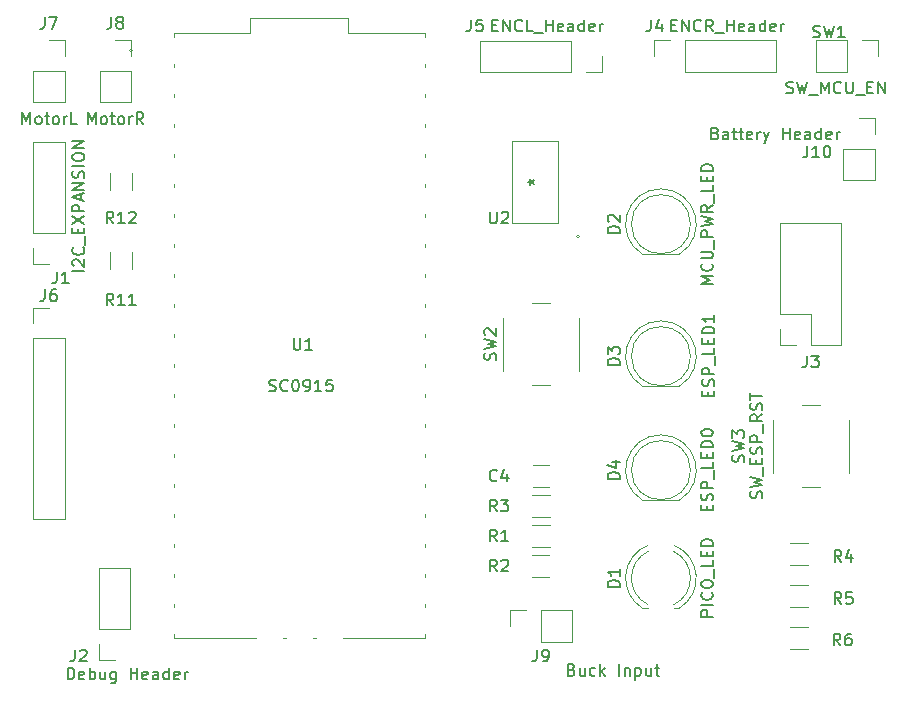
<source format=gbr>
%TF.GenerationSoftware,KiCad,Pcbnew,(6.0.5)*%
%TF.CreationDate,2023-02-27T08:13:59-05:00*%
%TF.ProjectId,UGV_Board,5547565f-426f-4617-9264-2e6b69636164,rev?*%
%TF.SameCoordinates,Original*%
%TF.FileFunction,Legend,Top*%
%TF.FilePolarity,Positive*%
%FSLAX46Y46*%
G04 Gerber Fmt 4.6, Leading zero omitted, Abs format (unit mm)*
G04 Created by KiCad (PCBNEW (6.0.5)) date 2023-02-27 08:13:59*
%MOMM*%
%LPD*%
G01*
G04 APERTURE LIST*
%ADD10C,0.150000*%
%ADD11C,0.120000*%
G04 APERTURE END LIST*
D10*
%TO.C,J6*%
X130730666Y-82735380D02*
X130730666Y-83449666D01*
X130683047Y-83592523D01*
X130587809Y-83687761D01*
X130444952Y-83735380D01*
X130349714Y-83735380D01*
X131635428Y-82735380D02*
X131444952Y-82735380D01*
X131349714Y-82783000D01*
X131302095Y-82830619D01*
X131206857Y-82973476D01*
X131159238Y-83163952D01*
X131159238Y-83544904D01*
X131206857Y-83640142D01*
X131254476Y-83687761D01*
X131349714Y-83735380D01*
X131540190Y-83735380D01*
X131635428Y-83687761D01*
X131683047Y-83640142D01*
X131730666Y-83544904D01*
X131730666Y-83306809D01*
X131683047Y-83211571D01*
X131635428Y-83163952D01*
X131540190Y-83116333D01*
X131349714Y-83116333D01*
X131254476Y-83163952D01*
X131206857Y-83211571D01*
X131159238Y-83306809D01*
%TO.C,SW1*%
X195770666Y-61364761D02*
X195913523Y-61412380D01*
X196151619Y-61412380D01*
X196246857Y-61364761D01*
X196294476Y-61317142D01*
X196342095Y-61221904D01*
X196342095Y-61126666D01*
X196294476Y-61031428D01*
X196246857Y-60983809D01*
X196151619Y-60936190D01*
X195961142Y-60888571D01*
X195865904Y-60840952D01*
X195818285Y-60793333D01*
X195770666Y-60698095D01*
X195770666Y-60602857D01*
X195818285Y-60507619D01*
X195865904Y-60460000D01*
X195961142Y-60412380D01*
X196199238Y-60412380D01*
X196342095Y-60460000D01*
X196675428Y-60412380D02*
X196913523Y-61412380D01*
X197104000Y-60698095D01*
X197294476Y-61412380D01*
X197532571Y-60412380D01*
X198437333Y-61412380D02*
X197865904Y-61412380D01*
X198151619Y-61412380D02*
X198151619Y-60412380D01*
X198056380Y-60555238D01*
X197961142Y-60650476D01*
X197865904Y-60698095D01*
X193509523Y-66104761D02*
X193652380Y-66152380D01*
X193890476Y-66152380D01*
X193985714Y-66104761D01*
X194033333Y-66057142D01*
X194080952Y-65961904D01*
X194080952Y-65866666D01*
X194033333Y-65771428D01*
X193985714Y-65723809D01*
X193890476Y-65676190D01*
X193700000Y-65628571D01*
X193604761Y-65580952D01*
X193557142Y-65533333D01*
X193509523Y-65438095D01*
X193509523Y-65342857D01*
X193557142Y-65247619D01*
X193604761Y-65200000D01*
X193700000Y-65152380D01*
X193938095Y-65152380D01*
X194080952Y-65200000D01*
X194414285Y-65152380D02*
X194652380Y-66152380D01*
X194842857Y-65438095D01*
X195033333Y-66152380D01*
X195271428Y-65152380D01*
X195414285Y-66247619D02*
X196176190Y-66247619D01*
X196414285Y-66152380D02*
X196414285Y-65152380D01*
X196747619Y-65866666D01*
X197080952Y-65152380D01*
X197080952Y-66152380D01*
X198128571Y-66057142D02*
X198080952Y-66104761D01*
X197938095Y-66152380D01*
X197842857Y-66152380D01*
X197700000Y-66104761D01*
X197604761Y-66009523D01*
X197557142Y-65914285D01*
X197509523Y-65723809D01*
X197509523Y-65580952D01*
X197557142Y-65390476D01*
X197604761Y-65295238D01*
X197700000Y-65200000D01*
X197842857Y-65152380D01*
X197938095Y-65152380D01*
X198080952Y-65200000D01*
X198128571Y-65247619D01*
X198557142Y-65152380D02*
X198557142Y-65961904D01*
X198604761Y-66057142D01*
X198652380Y-66104761D01*
X198747619Y-66152380D01*
X198938095Y-66152380D01*
X199033333Y-66104761D01*
X199080952Y-66057142D01*
X199128571Y-65961904D01*
X199128571Y-65152380D01*
X199366666Y-66247619D02*
X200128571Y-66247619D01*
X200366666Y-65628571D02*
X200700000Y-65628571D01*
X200842857Y-66152380D02*
X200366666Y-66152380D01*
X200366666Y-65152380D01*
X200842857Y-65152380D01*
X201271428Y-66152380D02*
X201271428Y-65152380D01*
X201842857Y-66152380D01*
X201842857Y-65152380D01*
%TO.C,J2*%
X133270666Y-113244380D02*
X133270666Y-113958666D01*
X133223047Y-114101523D01*
X133127809Y-114196761D01*
X132984952Y-114244380D01*
X132889714Y-114244380D01*
X133699238Y-113339619D02*
X133746857Y-113292000D01*
X133842095Y-113244380D01*
X134080190Y-113244380D01*
X134175428Y-113292000D01*
X134223047Y-113339619D01*
X134270666Y-113434857D01*
X134270666Y-113530095D01*
X134223047Y-113672952D01*
X133651619Y-114244380D01*
X134270666Y-114244380D01*
X132644190Y-115768380D02*
X132644190Y-114768380D01*
X132882285Y-114768380D01*
X133025142Y-114816000D01*
X133120380Y-114911238D01*
X133168000Y-115006476D01*
X133215619Y-115196952D01*
X133215619Y-115339809D01*
X133168000Y-115530285D01*
X133120380Y-115625523D01*
X133025142Y-115720761D01*
X132882285Y-115768380D01*
X132644190Y-115768380D01*
X134025142Y-115720761D02*
X133929904Y-115768380D01*
X133739428Y-115768380D01*
X133644190Y-115720761D01*
X133596571Y-115625523D01*
X133596571Y-115244571D01*
X133644190Y-115149333D01*
X133739428Y-115101714D01*
X133929904Y-115101714D01*
X134025142Y-115149333D01*
X134072761Y-115244571D01*
X134072761Y-115339809D01*
X133596571Y-115435047D01*
X134501333Y-115768380D02*
X134501333Y-114768380D01*
X134501333Y-115149333D02*
X134596571Y-115101714D01*
X134787047Y-115101714D01*
X134882285Y-115149333D01*
X134929904Y-115196952D01*
X134977523Y-115292190D01*
X134977523Y-115577904D01*
X134929904Y-115673142D01*
X134882285Y-115720761D01*
X134787047Y-115768380D01*
X134596571Y-115768380D01*
X134501333Y-115720761D01*
X135834666Y-115101714D02*
X135834666Y-115768380D01*
X135406095Y-115101714D02*
X135406095Y-115625523D01*
X135453714Y-115720761D01*
X135548952Y-115768380D01*
X135691809Y-115768380D01*
X135787047Y-115720761D01*
X135834666Y-115673142D01*
X136739428Y-115101714D02*
X136739428Y-115911238D01*
X136691809Y-116006476D01*
X136644190Y-116054095D01*
X136548952Y-116101714D01*
X136406095Y-116101714D01*
X136310857Y-116054095D01*
X136739428Y-115720761D02*
X136644190Y-115768380D01*
X136453714Y-115768380D01*
X136358476Y-115720761D01*
X136310857Y-115673142D01*
X136263238Y-115577904D01*
X136263238Y-115292190D01*
X136310857Y-115196952D01*
X136358476Y-115149333D01*
X136453714Y-115101714D01*
X136644190Y-115101714D01*
X136739428Y-115149333D01*
X137977523Y-115768380D02*
X137977523Y-114768380D01*
X137977523Y-115244571D02*
X138548952Y-115244571D01*
X138548952Y-115768380D02*
X138548952Y-114768380D01*
X139406095Y-115720761D02*
X139310857Y-115768380D01*
X139120380Y-115768380D01*
X139025142Y-115720761D01*
X138977523Y-115625523D01*
X138977523Y-115244571D01*
X139025142Y-115149333D01*
X139120380Y-115101714D01*
X139310857Y-115101714D01*
X139406095Y-115149333D01*
X139453714Y-115244571D01*
X139453714Y-115339809D01*
X138977523Y-115435047D01*
X140310857Y-115768380D02*
X140310857Y-115244571D01*
X140263238Y-115149333D01*
X140168000Y-115101714D01*
X139977523Y-115101714D01*
X139882285Y-115149333D01*
X140310857Y-115720761D02*
X140215619Y-115768380D01*
X139977523Y-115768380D01*
X139882285Y-115720761D01*
X139834666Y-115625523D01*
X139834666Y-115530285D01*
X139882285Y-115435047D01*
X139977523Y-115387428D01*
X140215619Y-115387428D01*
X140310857Y-115339809D01*
X141215619Y-115768380D02*
X141215619Y-114768380D01*
X141215619Y-115720761D02*
X141120380Y-115768380D01*
X140929904Y-115768380D01*
X140834666Y-115720761D01*
X140787047Y-115673142D01*
X140739428Y-115577904D01*
X140739428Y-115292190D01*
X140787047Y-115196952D01*
X140834666Y-115149333D01*
X140929904Y-115101714D01*
X141120380Y-115101714D01*
X141215619Y-115149333D01*
X142072761Y-115720761D02*
X141977523Y-115768380D01*
X141787047Y-115768380D01*
X141691809Y-115720761D01*
X141644190Y-115625523D01*
X141644190Y-115244571D01*
X141691809Y-115149333D01*
X141787047Y-115101714D01*
X141977523Y-115101714D01*
X142072761Y-115149333D01*
X142120380Y-115244571D01*
X142120380Y-115339809D01*
X141644190Y-115435047D01*
X142548952Y-115768380D02*
X142548952Y-115101714D01*
X142548952Y-115292190D02*
X142596571Y-115196952D01*
X142644190Y-115149333D01*
X142739428Y-115101714D01*
X142834666Y-115101714D01*
%TO.C,SW3*%
X189888761Y-97345333D02*
X189936380Y-97202476D01*
X189936380Y-96964380D01*
X189888761Y-96869142D01*
X189841142Y-96821523D01*
X189745904Y-96773904D01*
X189650666Y-96773904D01*
X189555428Y-96821523D01*
X189507809Y-96869142D01*
X189460190Y-96964380D01*
X189412571Y-97154857D01*
X189364952Y-97250095D01*
X189317333Y-97297714D01*
X189222095Y-97345333D01*
X189126857Y-97345333D01*
X189031619Y-97297714D01*
X188984000Y-97250095D01*
X188936380Y-97154857D01*
X188936380Y-96916761D01*
X188984000Y-96773904D01*
X188936380Y-96440571D02*
X189936380Y-96202476D01*
X189222095Y-96012000D01*
X189936380Y-95821523D01*
X188936380Y-95583428D01*
X188936380Y-95297714D02*
X188936380Y-94678666D01*
X189317333Y-95012000D01*
X189317333Y-94869142D01*
X189364952Y-94773904D01*
X189412571Y-94726285D01*
X189507809Y-94678666D01*
X189745904Y-94678666D01*
X189841142Y-94726285D01*
X189888761Y-94773904D01*
X189936380Y-94869142D01*
X189936380Y-95154857D01*
X189888761Y-95250095D01*
X189841142Y-95297714D01*
X191412761Y-100416761D02*
X191460380Y-100273904D01*
X191460380Y-100035809D01*
X191412761Y-99940571D01*
X191365142Y-99892952D01*
X191269904Y-99845333D01*
X191174666Y-99845333D01*
X191079428Y-99892952D01*
X191031809Y-99940571D01*
X190984190Y-100035809D01*
X190936571Y-100226285D01*
X190888952Y-100321523D01*
X190841333Y-100369142D01*
X190746095Y-100416761D01*
X190650857Y-100416761D01*
X190555619Y-100369142D01*
X190508000Y-100321523D01*
X190460380Y-100226285D01*
X190460380Y-99988190D01*
X190508000Y-99845333D01*
X190460380Y-99512000D02*
X191460380Y-99273904D01*
X190746095Y-99083428D01*
X191460380Y-98892952D01*
X190460380Y-98654857D01*
X191555619Y-98512000D02*
X191555619Y-97750095D01*
X190936571Y-97512000D02*
X190936571Y-97178666D01*
X191460380Y-97035809D02*
X191460380Y-97512000D01*
X190460380Y-97512000D01*
X190460380Y-97035809D01*
X191412761Y-96654857D02*
X191460380Y-96512000D01*
X191460380Y-96273904D01*
X191412761Y-96178666D01*
X191365142Y-96131047D01*
X191269904Y-96083428D01*
X191174666Y-96083428D01*
X191079428Y-96131047D01*
X191031809Y-96178666D01*
X190984190Y-96273904D01*
X190936571Y-96464380D01*
X190888952Y-96559619D01*
X190841333Y-96607238D01*
X190746095Y-96654857D01*
X190650857Y-96654857D01*
X190555619Y-96607238D01*
X190508000Y-96559619D01*
X190460380Y-96464380D01*
X190460380Y-96226285D01*
X190508000Y-96083428D01*
X191460380Y-95654857D02*
X190460380Y-95654857D01*
X190460380Y-95273904D01*
X190508000Y-95178666D01*
X190555619Y-95131047D01*
X190650857Y-95083428D01*
X190793714Y-95083428D01*
X190888952Y-95131047D01*
X190936571Y-95178666D01*
X190984190Y-95273904D01*
X190984190Y-95654857D01*
X191555619Y-94892952D02*
X191555619Y-94131047D01*
X191460380Y-93321523D02*
X190984190Y-93654857D01*
X191460380Y-93892952D02*
X190460380Y-93892952D01*
X190460380Y-93512000D01*
X190508000Y-93416761D01*
X190555619Y-93369142D01*
X190650857Y-93321523D01*
X190793714Y-93321523D01*
X190888952Y-93369142D01*
X190936571Y-93416761D01*
X190984190Y-93512000D01*
X190984190Y-93892952D01*
X191412761Y-92940571D02*
X191460380Y-92797714D01*
X191460380Y-92559619D01*
X191412761Y-92464380D01*
X191365142Y-92416761D01*
X191269904Y-92369142D01*
X191174666Y-92369142D01*
X191079428Y-92416761D01*
X191031809Y-92464380D01*
X190984190Y-92559619D01*
X190936571Y-92750095D01*
X190888952Y-92845333D01*
X190841333Y-92892952D01*
X190746095Y-92940571D01*
X190650857Y-92940571D01*
X190555619Y-92892952D01*
X190508000Y-92845333D01*
X190460380Y-92750095D01*
X190460380Y-92512000D01*
X190508000Y-92369142D01*
X190460380Y-92083428D02*
X190460380Y-91512000D01*
X191460380Y-91797714D02*
X190460380Y-91797714D01*
%TO.C,R11*%
X136517142Y-84092380D02*
X136183809Y-83616190D01*
X135945714Y-84092380D02*
X135945714Y-83092380D01*
X136326666Y-83092380D01*
X136421904Y-83140000D01*
X136469523Y-83187619D01*
X136517142Y-83282857D01*
X136517142Y-83425714D01*
X136469523Y-83520952D01*
X136421904Y-83568571D01*
X136326666Y-83616190D01*
X135945714Y-83616190D01*
X137469523Y-84092380D02*
X136898095Y-84092380D01*
X137183809Y-84092380D02*
X137183809Y-83092380D01*
X137088571Y-83235238D01*
X136993333Y-83330476D01*
X136898095Y-83378095D01*
X138421904Y-84092380D02*
X137850476Y-84092380D01*
X138136190Y-84092380D02*
X138136190Y-83092380D01*
X138040952Y-83235238D01*
X137945714Y-83330476D01*
X137850476Y-83378095D01*
%TO.C,U2*%
X168402095Y-76160380D02*
X168402095Y-76969904D01*
X168449714Y-77065142D01*
X168497333Y-77112761D01*
X168592571Y-77160380D01*
X168783047Y-77160380D01*
X168878285Y-77112761D01*
X168925904Y-77065142D01*
X168973523Y-76969904D01*
X168973523Y-76160380D01*
X169402095Y-76255619D02*
X169449714Y-76208000D01*
X169544952Y-76160380D01*
X169783047Y-76160380D01*
X169878285Y-76208000D01*
X169925904Y-76255619D01*
X169973523Y-76350857D01*
X169973523Y-76446095D01*
X169925904Y-76588952D01*
X169354476Y-77160380D01*
X169973523Y-77160380D01*
X171664380Y-73660000D02*
X171902476Y-73660000D01*
X171807238Y-73898095D02*
X171902476Y-73660000D01*
X171807238Y-73421904D01*
X172092952Y-73802857D02*
X171902476Y-73660000D01*
X172092952Y-73517142D01*
%TO.C,J9*%
X172386666Y-113244380D02*
X172386666Y-113958666D01*
X172339047Y-114101523D01*
X172243809Y-114196761D01*
X172100952Y-114244380D01*
X172005714Y-114244380D01*
X172910476Y-114244380D02*
X173100952Y-114244380D01*
X173196190Y-114196761D01*
X173243809Y-114149142D01*
X173339047Y-114006285D01*
X173386666Y-113815809D01*
X173386666Y-113434857D01*
X173339047Y-113339619D01*
X173291428Y-113292000D01*
X173196190Y-113244380D01*
X173005714Y-113244380D01*
X172910476Y-113292000D01*
X172862857Y-113339619D01*
X172815238Y-113434857D01*
X172815238Y-113672952D01*
X172862857Y-113768190D01*
X172910476Y-113815809D01*
X173005714Y-113863428D01*
X173196190Y-113863428D01*
X173291428Y-113815809D01*
X173339047Y-113768190D01*
X173386666Y-113672952D01*
X175323809Y-114928571D02*
X175466666Y-114976190D01*
X175514285Y-115023809D01*
X175561904Y-115119047D01*
X175561904Y-115261904D01*
X175514285Y-115357142D01*
X175466666Y-115404761D01*
X175371428Y-115452380D01*
X174990476Y-115452380D01*
X174990476Y-114452380D01*
X175323809Y-114452380D01*
X175419047Y-114500000D01*
X175466666Y-114547619D01*
X175514285Y-114642857D01*
X175514285Y-114738095D01*
X175466666Y-114833333D01*
X175419047Y-114880952D01*
X175323809Y-114928571D01*
X174990476Y-114928571D01*
X176419047Y-114785714D02*
X176419047Y-115452380D01*
X175990476Y-114785714D02*
X175990476Y-115309523D01*
X176038095Y-115404761D01*
X176133333Y-115452380D01*
X176276190Y-115452380D01*
X176371428Y-115404761D01*
X176419047Y-115357142D01*
X177323809Y-115404761D02*
X177228571Y-115452380D01*
X177038095Y-115452380D01*
X176942857Y-115404761D01*
X176895238Y-115357142D01*
X176847619Y-115261904D01*
X176847619Y-114976190D01*
X176895238Y-114880952D01*
X176942857Y-114833333D01*
X177038095Y-114785714D01*
X177228571Y-114785714D01*
X177323809Y-114833333D01*
X177752380Y-115452380D02*
X177752380Y-114452380D01*
X177847619Y-115071428D02*
X178133333Y-115452380D01*
X178133333Y-114785714D02*
X177752380Y-115166666D01*
X179323809Y-115452380D02*
X179323809Y-114452380D01*
X179800000Y-114785714D02*
X179800000Y-115452380D01*
X179800000Y-114880952D02*
X179847619Y-114833333D01*
X179942857Y-114785714D01*
X180085714Y-114785714D01*
X180180952Y-114833333D01*
X180228571Y-114928571D01*
X180228571Y-115452380D01*
X180704761Y-114785714D02*
X180704761Y-115785714D01*
X180704761Y-114833333D02*
X180800000Y-114785714D01*
X180990476Y-114785714D01*
X181085714Y-114833333D01*
X181133333Y-114880952D01*
X181180952Y-114976190D01*
X181180952Y-115261904D01*
X181133333Y-115357142D01*
X181085714Y-115404761D01*
X180990476Y-115452380D01*
X180800000Y-115452380D01*
X180704761Y-115404761D01*
X182038095Y-114785714D02*
X182038095Y-115452380D01*
X181609523Y-114785714D02*
X181609523Y-115309523D01*
X181657142Y-115404761D01*
X181752380Y-115452380D01*
X181895238Y-115452380D01*
X181990476Y-115404761D01*
X182038095Y-115357142D01*
X182371428Y-114785714D02*
X182752380Y-114785714D01*
X182514285Y-114452380D02*
X182514285Y-115309523D01*
X182561904Y-115404761D01*
X182657142Y-115452380D01*
X182752380Y-115452380D01*
%TO.C,J1*%
X131746666Y-81240380D02*
X131746666Y-81954666D01*
X131699047Y-82097523D01*
X131603809Y-82192761D01*
X131460952Y-82240380D01*
X131365714Y-82240380D01*
X132746666Y-82240380D02*
X132175238Y-82240380D01*
X132460952Y-82240380D02*
X132460952Y-81240380D01*
X132365714Y-81383238D01*
X132270476Y-81478476D01*
X132175238Y-81526095D01*
X134056380Y-81192000D02*
X133056380Y-81192000D01*
X133151619Y-80763428D02*
X133104000Y-80715809D01*
X133056380Y-80620571D01*
X133056380Y-80382476D01*
X133104000Y-80287238D01*
X133151619Y-80239619D01*
X133246857Y-80192000D01*
X133342095Y-80192000D01*
X133484952Y-80239619D01*
X134056380Y-80811047D01*
X134056380Y-80192000D01*
X133961142Y-79192000D02*
X134008761Y-79239619D01*
X134056380Y-79382476D01*
X134056380Y-79477714D01*
X134008761Y-79620571D01*
X133913523Y-79715809D01*
X133818285Y-79763428D01*
X133627809Y-79811047D01*
X133484952Y-79811047D01*
X133294476Y-79763428D01*
X133199238Y-79715809D01*
X133104000Y-79620571D01*
X133056380Y-79477714D01*
X133056380Y-79382476D01*
X133104000Y-79239619D01*
X133151619Y-79192000D01*
X134151619Y-79001523D02*
X134151619Y-78239619D01*
X133532571Y-78001523D02*
X133532571Y-77668190D01*
X134056380Y-77525333D02*
X134056380Y-78001523D01*
X133056380Y-78001523D01*
X133056380Y-77525333D01*
X133056380Y-77192000D02*
X134056380Y-76525333D01*
X133056380Y-76525333D02*
X134056380Y-77192000D01*
X134056380Y-76144380D02*
X133056380Y-76144380D01*
X133056380Y-75763428D01*
X133104000Y-75668190D01*
X133151619Y-75620571D01*
X133246857Y-75572952D01*
X133389714Y-75572952D01*
X133484952Y-75620571D01*
X133532571Y-75668190D01*
X133580190Y-75763428D01*
X133580190Y-76144380D01*
X133770666Y-75192000D02*
X133770666Y-74715809D01*
X134056380Y-75287238D02*
X133056380Y-74953904D01*
X134056380Y-74620571D01*
X134056380Y-74287238D02*
X133056380Y-74287238D01*
X134056380Y-73715809D01*
X133056380Y-73715809D01*
X134008761Y-73287238D02*
X134056380Y-73144380D01*
X134056380Y-72906285D01*
X134008761Y-72811047D01*
X133961142Y-72763428D01*
X133865904Y-72715809D01*
X133770666Y-72715809D01*
X133675428Y-72763428D01*
X133627809Y-72811047D01*
X133580190Y-72906285D01*
X133532571Y-73096761D01*
X133484952Y-73192000D01*
X133437333Y-73239619D01*
X133342095Y-73287238D01*
X133246857Y-73287238D01*
X133151619Y-73239619D01*
X133104000Y-73192000D01*
X133056380Y-73096761D01*
X133056380Y-72858666D01*
X133104000Y-72715809D01*
X134056380Y-72287238D02*
X133056380Y-72287238D01*
X133056380Y-71620571D02*
X133056380Y-71430095D01*
X133104000Y-71334857D01*
X133199238Y-71239619D01*
X133389714Y-71192000D01*
X133723047Y-71192000D01*
X133913523Y-71239619D01*
X134008761Y-71334857D01*
X134056380Y-71430095D01*
X134056380Y-71620571D01*
X134008761Y-71715809D01*
X133913523Y-71811047D01*
X133723047Y-71858666D01*
X133389714Y-71858666D01*
X133199238Y-71811047D01*
X133104000Y-71715809D01*
X133056380Y-71620571D01*
X134056380Y-70763428D02*
X133056380Y-70763428D01*
X134056380Y-70192000D01*
X133056380Y-70192000D01*
%TO.C,R5*%
X198147333Y-109364380D02*
X197814000Y-108888190D01*
X197575904Y-109364380D02*
X197575904Y-108364380D01*
X197956857Y-108364380D01*
X198052095Y-108412000D01*
X198099714Y-108459619D01*
X198147333Y-108554857D01*
X198147333Y-108697714D01*
X198099714Y-108792952D01*
X198052095Y-108840571D01*
X197956857Y-108888190D01*
X197575904Y-108888190D01*
X199052095Y-108364380D02*
X198575904Y-108364380D01*
X198528285Y-108840571D01*
X198575904Y-108792952D01*
X198671142Y-108745333D01*
X198909238Y-108745333D01*
X199004476Y-108792952D01*
X199052095Y-108840571D01*
X199099714Y-108935809D01*
X199099714Y-109173904D01*
X199052095Y-109269142D01*
X199004476Y-109316761D01*
X198909238Y-109364380D01*
X198671142Y-109364380D01*
X198575904Y-109316761D01*
X198528285Y-109269142D01*
%TO.C,R3*%
X168997333Y-101544380D02*
X168664000Y-101068190D01*
X168425904Y-101544380D02*
X168425904Y-100544380D01*
X168806857Y-100544380D01*
X168902095Y-100592000D01*
X168949714Y-100639619D01*
X168997333Y-100734857D01*
X168997333Y-100877714D01*
X168949714Y-100972952D01*
X168902095Y-101020571D01*
X168806857Y-101068190D01*
X168425904Y-101068190D01*
X169330666Y-100544380D02*
X169949714Y-100544380D01*
X169616380Y-100925333D01*
X169759238Y-100925333D01*
X169854476Y-100972952D01*
X169902095Y-101020571D01*
X169949714Y-101115809D01*
X169949714Y-101353904D01*
X169902095Y-101449142D01*
X169854476Y-101496761D01*
X169759238Y-101544380D01*
X169473523Y-101544380D01*
X169378285Y-101496761D01*
X169330666Y-101449142D01*
%TO.C,J5*%
X166798666Y-59904380D02*
X166798666Y-60618666D01*
X166751047Y-60761523D01*
X166655809Y-60856761D01*
X166512952Y-60904380D01*
X166417714Y-60904380D01*
X167751047Y-59904380D02*
X167274857Y-59904380D01*
X167227238Y-60380571D01*
X167274857Y-60332952D01*
X167370095Y-60285333D01*
X167608190Y-60285333D01*
X167703428Y-60332952D01*
X167751047Y-60380571D01*
X167798666Y-60475809D01*
X167798666Y-60713904D01*
X167751047Y-60809142D01*
X167703428Y-60856761D01*
X167608190Y-60904380D01*
X167370095Y-60904380D01*
X167274857Y-60856761D01*
X167227238Y-60809142D01*
X168608952Y-60380571D02*
X168942285Y-60380571D01*
X169085142Y-60904380D02*
X168608952Y-60904380D01*
X168608952Y-59904380D01*
X169085142Y-59904380D01*
X169513714Y-60904380D02*
X169513714Y-59904380D01*
X170085142Y-60904380D01*
X170085142Y-59904380D01*
X171132761Y-60809142D02*
X171085142Y-60856761D01*
X170942285Y-60904380D01*
X170847047Y-60904380D01*
X170704190Y-60856761D01*
X170608952Y-60761523D01*
X170561333Y-60666285D01*
X170513714Y-60475809D01*
X170513714Y-60332952D01*
X170561333Y-60142476D01*
X170608952Y-60047238D01*
X170704190Y-59952000D01*
X170847047Y-59904380D01*
X170942285Y-59904380D01*
X171085142Y-59952000D01*
X171132761Y-59999619D01*
X172037523Y-60904380D02*
X171561333Y-60904380D01*
X171561333Y-59904380D01*
X172132761Y-60999619D02*
X172894666Y-60999619D01*
X173132761Y-60904380D02*
X173132761Y-59904380D01*
X173132761Y-60380571D02*
X173704190Y-60380571D01*
X173704190Y-60904380D02*
X173704190Y-59904380D01*
X174561333Y-60856761D02*
X174466095Y-60904380D01*
X174275619Y-60904380D01*
X174180380Y-60856761D01*
X174132761Y-60761523D01*
X174132761Y-60380571D01*
X174180380Y-60285333D01*
X174275619Y-60237714D01*
X174466095Y-60237714D01*
X174561333Y-60285333D01*
X174608952Y-60380571D01*
X174608952Y-60475809D01*
X174132761Y-60571047D01*
X175466095Y-60904380D02*
X175466095Y-60380571D01*
X175418476Y-60285333D01*
X175323238Y-60237714D01*
X175132761Y-60237714D01*
X175037523Y-60285333D01*
X175466095Y-60856761D02*
X175370857Y-60904380D01*
X175132761Y-60904380D01*
X175037523Y-60856761D01*
X174989904Y-60761523D01*
X174989904Y-60666285D01*
X175037523Y-60571047D01*
X175132761Y-60523428D01*
X175370857Y-60523428D01*
X175466095Y-60475809D01*
X176370857Y-60904380D02*
X176370857Y-59904380D01*
X176370857Y-60856761D02*
X176275619Y-60904380D01*
X176085142Y-60904380D01*
X175989904Y-60856761D01*
X175942285Y-60809142D01*
X175894666Y-60713904D01*
X175894666Y-60428190D01*
X175942285Y-60332952D01*
X175989904Y-60285333D01*
X176085142Y-60237714D01*
X176275619Y-60237714D01*
X176370857Y-60285333D01*
X177228000Y-60856761D02*
X177132761Y-60904380D01*
X176942285Y-60904380D01*
X176847047Y-60856761D01*
X176799428Y-60761523D01*
X176799428Y-60380571D01*
X176847047Y-60285333D01*
X176942285Y-60237714D01*
X177132761Y-60237714D01*
X177228000Y-60285333D01*
X177275619Y-60380571D01*
X177275619Y-60475809D01*
X176799428Y-60571047D01*
X177704190Y-60904380D02*
X177704190Y-60237714D01*
X177704190Y-60428190D02*
X177751809Y-60332952D01*
X177799428Y-60285333D01*
X177894666Y-60237714D01*
X177989904Y-60237714D01*
%TO.C,J7*%
X130730666Y-59674380D02*
X130730666Y-60388666D01*
X130683047Y-60531523D01*
X130587809Y-60626761D01*
X130444952Y-60674380D01*
X130349714Y-60674380D01*
X131111619Y-59674380D02*
X131778285Y-59674380D01*
X131349714Y-60674380D01*
X128825904Y-68754380D02*
X128825904Y-67754380D01*
X129159238Y-68468666D01*
X129492571Y-67754380D01*
X129492571Y-68754380D01*
X130111619Y-68754380D02*
X130016380Y-68706761D01*
X129968761Y-68659142D01*
X129921142Y-68563904D01*
X129921142Y-68278190D01*
X129968761Y-68182952D01*
X130016380Y-68135333D01*
X130111619Y-68087714D01*
X130254476Y-68087714D01*
X130349714Y-68135333D01*
X130397333Y-68182952D01*
X130444952Y-68278190D01*
X130444952Y-68563904D01*
X130397333Y-68659142D01*
X130349714Y-68706761D01*
X130254476Y-68754380D01*
X130111619Y-68754380D01*
X130730666Y-68087714D02*
X131111619Y-68087714D01*
X130873523Y-67754380D02*
X130873523Y-68611523D01*
X130921142Y-68706761D01*
X131016380Y-68754380D01*
X131111619Y-68754380D01*
X131587809Y-68754380D02*
X131492571Y-68706761D01*
X131444952Y-68659142D01*
X131397333Y-68563904D01*
X131397333Y-68278190D01*
X131444952Y-68182952D01*
X131492571Y-68135333D01*
X131587809Y-68087714D01*
X131730666Y-68087714D01*
X131825904Y-68135333D01*
X131873523Y-68182952D01*
X131921142Y-68278190D01*
X131921142Y-68563904D01*
X131873523Y-68659142D01*
X131825904Y-68706761D01*
X131730666Y-68754380D01*
X131587809Y-68754380D01*
X132349714Y-68754380D02*
X132349714Y-68087714D01*
X132349714Y-68278190D02*
X132397333Y-68182952D01*
X132444952Y-68135333D01*
X132540190Y-68087714D01*
X132635428Y-68087714D01*
X133444952Y-68754380D02*
X132968761Y-68754380D01*
X132968761Y-67754380D01*
%TO.C,R2*%
X168997333Y-106624380D02*
X168664000Y-106148190D01*
X168425904Y-106624380D02*
X168425904Y-105624380D01*
X168806857Y-105624380D01*
X168902095Y-105672000D01*
X168949714Y-105719619D01*
X168997333Y-105814857D01*
X168997333Y-105957714D01*
X168949714Y-106052952D01*
X168902095Y-106100571D01*
X168806857Y-106148190D01*
X168425904Y-106148190D01*
X169378285Y-105719619D02*
X169425904Y-105672000D01*
X169521142Y-105624380D01*
X169759238Y-105624380D01*
X169854476Y-105672000D01*
X169902095Y-105719619D01*
X169949714Y-105814857D01*
X169949714Y-105910095D01*
X169902095Y-106052952D01*
X169330666Y-106624380D01*
X169949714Y-106624380D01*
%TO.C,J8*%
X136343666Y-59674380D02*
X136343666Y-60388666D01*
X136296047Y-60531523D01*
X136200809Y-60626761D01*
X136057952Y-60674380D01*
X135962714Y-60674380D01*
X136962714Y-60102952D02*
X136867476Y-60055333D01*
X136819857Y-60007714D01*
X136772238Y-59912476D01*
X136772238Y-59864857D01*
X136819857Y-59769619D01*
X136867476Y-59722000D01*
X136962714Y-59674380D01*
X137153190Y-59674380D01*
X137248428Y-59722000D01*
X137296047Y-59769619D01*
X137343666Y-59864857D01*
X137343666Y-59912476D01*
X137296047Y-60007714D01*
X137248428Y-60055333D01*
X137153190Y-60102952D01*
X136962714Y-60102952D01*
X136867476Y-60150571D01*
X136819857Y-60198190D01*
X136772238Y-60293428D01*
X136772238Y-60483904D01*
X136819857Y-60579142D01*
X136867476Y-60626761D01*
X136962714Y-60674380D01*
X137153190Y-60674380D01*
X137248428Y-60626761D01*
X137296047Y-60579142D01*
X137343666Y-60483904D01*
X137343666Y-60293428D01*
X137296047Y-60198190D01*
X137248428Y-60150571D01*
X137153190Y-60102952D01*
X134343666Y-68754380D02*
X134343666Y-67754380D01*
X134677000Y-68468666D01*
X135010333Y-67754380D01*
X135010333Y-68754380D01*
X135629380Y-68754380D02*
X135534142Y-68706761D01*
X135486523Y-68659142D01*
X135438904Y-68563904D01*
X135438904Y-68278190D01*
X135486523Y-68182952D01*
X135534142Y-68135333D01*
X135629380Y-68087714D01*
X135772238Y-68087714D01*
X135867476Y-68135333D01*
X135915095Y-68182952D01*
X135962714Y-68278190D01*
X135962714Y-68563904D01*
X135915095Y-68659142D01*
X135867476Y-68706761D01*
X135772238Y-68754380D01*
X135629380Y-68754380D01*
X136248428Y-68087714D02*
X136629380Y-68087714D01*
X136391285Y-67754380D02*
X136391285Y-68611523D01*
X136438904Y-68706761D01*
X136534142Y-68754380D01*
X136629380Y-68754380D01*
X137105571Y-68754380D02*
X137010333Y-68706761D01*
X136962714Y-68659142D01*
X136915095Y-68563904D01*
X136915095Y-68278190D01*
X136962714Y-68182952D01*
X137010333Y-68135333D01*
X137105571Y-68087714D01*
X137248428Y-68087714D01*
X137343666Y-68135333D01*
X137391285Y-68182952D01*
X137438904Y-68278190D01*
X137438904Y-68563904D01*
X137391285Y-68659142D01*
X137343666Y-68706761D01*
X137248428Y-68754380D01*
X137105571Y-68754380D01*
X137867476Y-68754380D02*
X137867476Y-68087714D01*
X137867476Y-68278190D02*
X137915095Y-68182952D01*
X137962714Y-68135333D01*
X138057952Y-68087714D01*
X138153190Y-68087714D01*
X139057952Y-68754380D02*
X138724619Y-68278190D01*
X138486523Y-68754380D02*
X138486523Y-67754380D01*
X138867476Y-67754380D01*
X138962714Y-67802000D01*
X139010333Y-67849619D01*
X139057952Y-67944857D01*
X139057952Y-68087714D01*
X139010333Y-68182952D01*
X138962714Y-68230571D01*
X138867476Y-68278190D01*
X138486523Y-68278190D01*
%TO.C,R1*%
X168997333Y-104084380D02*
X168664000Y-103608190D01*
X168425904Y-104084380D02*
X168425904Y-103084380D01*
X168806857Y-103084380D01*
X168902095Y-103132000D01*
X168949714Y-103179619D01*
X168997333Y-103274857D01*
X168997333Y-103417714D01*
X168949714Y-103512952D01*
X168902095Y-103560571D01*
X168806857Y-103608190D01*
X168425904Y-103608190D01*
X169949714Y-104084380D02*
X169378285Y-104084380D01*
X169664000Y-104084380D02*
X169664000Y-103084380D01*
X169568761Y-103227238D01*
X169473523Y-103322476D01*
X169378285Y-103370095D01*
%TO.C,D4*%
X179372380Y-98787095D02*
X178372380Y-98787095D01*
X178372380Y-98549000D01*
X178420000Y-98406142D01*
X178515238Y-98310904D01*
X178610476Y-98263285D01*
X178800952Y-98215666D01*
X178943809Y-98215666D01*
X179134285Y-98263285D01*
X179229523Y-98310904D01*
X179324761Y-98406142D01*
X179372380Y-98549000D01*
X179372380Y-98787095D01*
X178705714Y-97358523D02*
X179372380Y-97358523D01*
X178324761Y-97596619D02*
X179039047Y-97834714D01*
X179039047Y-97215666D01*
X186768571Y-101453761D02*
X186768571Y-101120428D01*
X187292380Y-100977571D02*
X187292380Y-101453761D01*
X186292380Y-101453761D01*
X186292380Y-100977571D01*
X187244761Y-100596619D02*
X187292380Y-100453761D01*
X187292380Y-100215666D01*
X187244761Y-100120428D01*
X187197142Y-100072809D01*
X187101904Y-100025190D01*
X187006666Y-100025190D01*
X186911428Y-100072809D01*
X186863809Y-100120428D01*
X186816190Y-100215666D01*
X186768571Y-100406142D01*
X186720952Y-100501380D01*
X186673333Y-100549000D01*
X186578095Y-100596619D01*
X186482857Y-100596619D01*
X186387619Y-100549000D01*
X186340000Y-100501380D01*
X186292380Y-100406142D01*
X186292380Y-100168047D01*
X186340000Y-100025190D01*
X187292380Y-99596619D02*
X186292380Y-99596619D01*
X186292380Y-99215666D01*
X186340000Y-99120428D01*
X186387619Y-99072809D01*
X186482857Y-99025190D01*
X186625714Y-99025190D01*
X186720952Y-99072809D01*
X186768571Y-99120428D01*
X186816190Y-99215666D01*
X186816190Y-99596619D01*
X187387619Y-98834714D02*
X187387619Y-98072809D01*
X187292380Y-97358523D02*
X187292380Y-97834714D01*
X186292380Y-97834714D01*
X186768571Y-97025190D02*
X186768571Y-96691857D01*
X187292380Y-96549000D02*
X187292380Y-97025190D01*
X186292380Y-97025190D01*
X186292380Y-96549000D01*
X187292380Y-96120428D02*
X186292380Y-96120428D01*
X186292380Y-95882333D01*
X186340000Y-95739476D01*
X186435238Y-95644238D01*
X186530476Y-95596619D01*
X186720952Y-95549000D01*
X186863809Y-95549000D01*
X187054285Y-95596619D01*
X187149523Y-95644238D01*
X187244761Y-95739476D01*
X187292380Y-95882333D01*
X187292380Y-96120428D01*
X186292380Y-94929952D02*
X186292380Y-94834714D01*
X186340000Y-94739476D01*
X186387619Y-94691857D01*
X186482857Y-94644238D01*
X186673333Y-94596619D01*
X186911428Y-94596619D01*
X187101904Y-94644238D01*
X187197142Y-94691857D01*
X187244761Y-94739476D01*
X187292380Y-94834714D01*
X187292380Y-94929952D01*
X187244761Y-95025190D01*
X187197142Y-95072809D01*
X187101904Y-95120428D01*
X186911428Y-95168047D01*
X186673333Y-95168047D01*
X186482857Y-95120428D01*
X186387619Y-95072809D01*
X186340000Y-95025190D01*
X186292380Y-94929952D01*
%TO.C,J10*%
X195278476Y-70572380D02*
X195278476Y-71286666D01*
X195230857Y-71429523D01*
X195135619Y-71524761D01*
X194992761Y-71572380D01*
X194897523Y-71572380D01*
X196278476Y-71572380D02*
X195707047Y-71572380D01*
X195992761Y-71572380D02*
X195992761Y-70572380D01*
X195897523Y-70715238D01*
X195802285Y-70810476D01*
X195707047Y-70858095D01*
X196897523Y-70572380D02*
X196992761Y-70572380D01*
X197088000Y-70620000D01*
X197135619Y-70667619D01*
X197183238Y-70762857D01*
X197230857Y-70953333D01*
X197230857Y-71191428D01*
X197183238Y-71381904D01*
X197135619Y-71477142D01*
X197088000Y-71524761D01*
X196992761Y-71572380D01*
X196897523Y-71572380D01*
X196802285Y-71524761D01*
X196754666Y-71477142D01*
X196707047Y-71381904D01*
X196659428Y-71191428D01*
X196659428Y-70953333D01*
X196707047Y-70762857D01*
X196754666Y-70667619D01*
X196802285Y-70620000D01*
X196897523Y-70572380D01*
X187484380Y-69524571D02*
X187627238Y-69572190D01*
X187674857Y-69619809D01*
X187722476Y-69715047D01*
X187722476Y-69857904D01*
X187674857Y-69953142D01*
X187627238Y-70000761D01*
X187532000Y-70048380D01*
X187151047Y-70048380D01*
X187151047Y-69048380D01*
X187484380Y-69048380D01*
X187579619Y-69096000D01*
X187627238Y-69143619D01*
X187674857Y-69238857D01*
X187674857Y-69334095D01*
X187627238Y-69429333D01*
X187579619Y-69476952D01*
X187484380Y-69524571D01*
X187151047Y-69524571D01*
X188579619Y-70048380D02*
X188579619Y-69524571D01*
X188532000Y-69429333D01*
X188436761Y-69381714D01*
X188246285Y-69381714D01*
X188151047Y-69429333D01*
X188579619Y-70000761D02*
X188484380Y-70048380D01*
X188246285Y-70048380D01*
X188151047Y-70000761D01*
X188103428Y-69905523D01*
X188103428Y-69810285D01*
X188151047Y-69715047D01*
X188246285Y-69667428D01*
X188484380Y-69667428D01*
X188579619Y-69619809D01*
X188912952Y-69381714D02*
X189293904Y-69381714D01*
X189055809Y-69048380D02*
X189055809Y-69905523D01*
X189103428Y-70000761D01*
X189198666Y-70048380D01*
X189293904Y-70048380D01*
X189484380Y-69381714D02*
X189865333Y-69381714D01*
X189627238Y-69048380D02*
X189627238Y-69905523D01*
X189674857Y-70000761D01*
X189770095Y-70048380D01*
X189865333Y-70048380D01*
X190579619Y-70000761D02*
X190484380Y-70048380D01*
X190293904Y-70048380D01*
X190198666Y-70000761D01*
X190151047Y-69905523D01*
X190151047Y-69524571D01*
X190198666Y-69429333D01*
X190293904Y-69381714D01*
X190484380Y-69381714D01*
X190579619Y-69429333D01*
X190627238Y-69524571D01*
X190627238Y-69619809D01*
X190151047Y-69715047D01*
X191055809Y-70048380D02*
X191055809Y-69381714D01*
X191055809Y-69572190D02*
X191103428Y-69476952D01*
X191151047Y-69429333D01*
X191246285Y-69381714D01*
X191341523Y-69381714D01*
X191579619Y-69381714D02*
X191817714Y-70048380D01*
X192055809Y-69381714D02*
X191817714Y-70048380D01*
X191722476Y-70286476D01*
X191674857Y-70334095D01*
X191579619Y-70381714D01*
X193198666Y-70048380D02*
X193198666Y-69048380D01*
X193198666Y-69524571D02*
X193770095Y-69524571D01*
X193770095Y-70048380D02*
X193770095Y-69048380D01*
X194627238Y-70000761D02*
X194532000Y-70048380D01*
X194341523Y-70048380D01*
X194246285Y-70000761D01*
X194198666Y-69905523D01*
X194198666Y-69524571D01*
X194246285Y-69429333D01*
X194341523Y-69381714D01*
X194532000Y-69381714D01*
X194627238Y-69429333D01*
X194674857Y-69524571D01*
X194674857Y-69619809D01*
X194198666Y-69715047D01*
X195532000Y-70048380D02*
X195532000Y-69524571D01*
X195484380Y-69429333D01*
X195389142Y-69381714D01*
X195198666Y-69381714D01*
X195103428Y-69429333D01*
X195532000Y-70000761D02*
X195436761Y-70048380D01*
X195198666Y-70048380D01*
X195103428Y-70000761D01*
X195055809Y-69905523D01*
X195055809Y-69810285D01*
X195103428Y-69715047D01*
X195198666Y-69667428D01*
X195436761Y-69667428D01*
X195532000Y-69619809D01*
X196436761Y-70048380D02*
X196436761Y-69048380D01*
X196436761Y-70000761D02*
X196341523Y-70048380D01*
X196151047Y-70048380D01*
X196055809Y-70000761D01*
X196008190Y-69953142D01*
X195960571Y-69857904D01*
X195960571Y-69572190D01*
X196008190Y-69476952D01*
X196055809Y-69429333D01*
X196151047Y-69381714D01*
X196341523Y-69381714D01*
X196436761Y-69429333D01*
X197293904Y-70000761D02*
X197198666Y-70048380D01*
X197008190Y-70048380D01*
X196912952Y-70000761D01*
X196865333Y-69905523D01*
X196865333Y-69524571D01*
X196912952Y-69429333D01*
X197008190Y-69381714D01*
X197198666Y-69381714D01*
X197293904Y-69429333D01*
X197341523Y-69524571D01*
X197341523Y-69619809D01*
X196865333Y-69715047D01*
X197770095Y-70048380D02*
X197770095Y-69381714D01*
X197770095Y-69572190D02*
X197817714Y-69476952D01*
X197865333Y-69429333D01*
X197960571Y-69381714D01*
X198055809Y-69381714D01*
%TO.C,J4*%
X182038666Y-59904380D02*
X182038666Y-60618666D01*
X181991047Y-60761523D01*
X181895809Y-60856761D01*
X181752952Y-60904380D01*
X181657714Y-60904380D01*
X182943428Y-60237714D02*
X182943428Y-60904380D01*
X182705333Y-59856761D02*
X182467238Y-60571047D01*
X183086285Y-60571047D01*
X183753714Y-60380571D02*
X184087047Y-60380571D01*
X184229904Y-60904380D02*
X183753714Y-60904380D01*
X183753714Y-59904380D01*
X184229904Y-59904380D01*
X184658476Y-60904380D02*
X184658476Y-59904380D01*
X185229904Y-60904380D01*
X185229904Y-59904380D01*
X186277523Y-60809142D02*
X186229904Y-60856761D01*
X186087047Y-60904380D01*
X185991809Y-60904380D01*
X185848952Y-60856761D01*
X185753714Y-60761523D01*
X185706095Y-60666285D01*
X185658476Y-60475809D01*
X185658476Y-60332952D01*
X185706095Y-60142476D01*
X185753714Y-60047238D01*
X185848952Y-59952000D01*
X185991809Y-59904380D01*
X186087047Y-59904380D01*
X186229904Y-59952000D01*
X186277523Y-59999619D01*
X187277523Y-60904380D02*
X186944190Y-60428190D01*
X186706095Y-60904380D02*
X186706095Y-59904380D01*
X187087047Y-59904380D01*
X187182285Y-59952000D01*
X187229904Y-59999619D01*
X187277523Y-60094857D01*
X187277523Y-60237714D01*
X187229904Y-60332952D01*
X187182285Y-60380571D01*
X187087047Y-60428190D01*
X186706095Y-60428190D01*
X187468000Y-60999619D02*
X188229904Y-60999619D01*
X188468000Y-60904380D02*
X188468000Y-59904380D01*
X188468000Y-60380571D02*
X189039428Y-60380571D01*
X189039428Y-60904380D02*
X189039428Y-59904380D01*
X189896571Y-60856761D02*
X189801333Y-60904380D01*
X189610857Y-60904380D01*
X189515619Y-60856761D01*
X189468000Y-60761523D01*
X189468000Y-60380571D01*
X189515619Y-60285333D01*
X189610857Y-60237714D01*
X189801333Y-60237714D01*
X189896571Y-60285333D01*
X189944190Y-60380571D01*
X189944190Y-60475809D01*
X189468000Y-60571047D01*
X190801333Y-60904380D02*
X190801333Y-60380571D01*
X190753714Y-60285333D01*
X190658476Y-60237714D01*
X190468000Y-60237714D01*
X190372761Y-60285333D01*
X190801333Y-60856761D02*
X190706095Y-60904380D01*
X190468000Y-60904380D01*
X190372761Y-60856761D01*
X190325142Y-60761523D01*
X190325142Y-60666285D01*
X190372761Y-60571047D01*
X190468000Y-60523428D01*
X190706095Y-60523428D01*
X190801333Y-60475809D01*
X191706095Y-60904380D02*
X191706095Y-59904380D01*
X191706095Y-60856761D02*
X191610857Y-60904380D01*
X191420380Y-60904380D01*
X191325142Y-60856761D01*
X191277523Y-60809142D01*
X191229904Y-60713904D01*
X191229904Y-60428190D01*
X191277523Y-60332952D01*
X191325142Y-60285333D01*
X191420380Y-60237714D01*
X191610857Y-60237714D01*
X191706095Y-60285333D01*
X192563238Y-60856761D02*
X192468000Y-60904380D01*
X192277523Y-60904380D01*
X192182285Y-60856761D01*
X192134666Y-60761523D01*
X192134666Y-60380571D01*
X192182285Y-60285333D01*
X192277523Y-60237714D01*
X192468000Y-60237714D01*
X192563238Y-60285333D01*
X192610857Y-60380571D01*
X192610857Y-60475809D01*
X192134666Y-60571047D01*
X193039428Y-60904380D02*
X193039428Y-60237714D01*
X193039428Y-60428190D02*
X193087047Y-60332952D01*
X193134666Y-60285333D01*
X193229904Y-60237714D01*
X193325142Y-60237714D01*
%TO.C,U1*%
X151778095Y-86844380D02*
X151778095Y-87653904D01*
X151825714Y-87749142D01*
X151873333Y-87796761D01*
X151968571Y-87844380D01*
X152159047Y-87844380D01*
X152254285Y-87796761D01*
X152301904Y-87749142D01*
X152349523Y-87653904D01*
X152349523Y-86844380D01*
X153349523Y-87844380D02*
X152778095Y-87844380D01*
X153063809Y-87844380D02*
X153063809Y-86844380D01*
X152968571Y-86987238D01*
X152873333Y-87082476D01*
X152778095Y-87130095D01*
X149709523Y-91336761D02*
X149852380Y-91384380D01*
X150090476Y-91384380D01*
X150185714Y-91336761D01*
X150233333Y-91289142D01*
X150280952Y-91193904D01*
X150280952Y-91098666D01*
X150233333Y-91003428D01*
X150185714Y-90955809D01*
X150090476Y-90908190D01*
X149900000Y-90860571D01*
X149804761Y-90812952D01*
X149757142Y-90765333D01*
X149709523Y-90670095D01*
X149709523Y-90574857D01*
X149757142Y-90479619D01*
X149804761Y-90432000D01*
X149900000Y-90384380D01*
X150138095Y-90384380D01*
X150280952Y-90432000D01*
X151280952Y-91289142D02*
X151233333Y-91336761D01*
X151090476Y-91384380D01*
X150995238Y-91384380D01*
X150852380Y-91336761D01*
X150757142Y-91241523D01*
X150709523Y-91146285D01*
X150661904Y-90955809D01*
X150661904Y-90812952D01*
X150709523Y-90622476D01*
X150757142Y-90527238D01*
X150852380Y-90432000D01*
X150995238Y-90384380D01*
X151090476Y-90384380D01*
X151233333Y-90432000D01*
X151280952Y-90479619D01*
X151900000Y-90384380D02*
X151995238Y-90384380D01*
X152090476Y-90432000D01*
X152138095Y-90479619D01*
X152185714Y-90574857D01*
X152233333Y-90765333D01*
X152233333Y-91003428D01*
X152185714Y-91193904D01*
X152138095Y-91289142D01*
X152090476Y-91336761D01*
X151995238Y-91384380D01*
X151900000Y-91384380D01*
X151804761Y-91336761D01*
X151757142Y-91289142D01*
X151709523Y-91193904D01*
X151661904Y-91003428D01*
X151661904Y-90765333D01*
X151709523Y-90574857D01*
X151757142Y-90479619D01*
X151804761Y-90432000D01*
X151900000Y-90384380D01*
X152709523Y-91384380D02*
X152900000Y-91384380D01*
X152995238Y-91336761D01*
X153042857Y-91289142D01*
X153138095Y-91146285D01*
X153185714Y-90955809D01*
X153185714Y-90574857D01*
X153138095Y-90479619D01*
X153090476Y-90432000D01*
X152995238Y-90384380D01*
X152804761Y-90384380D01*
X152709523Y-90432000D01*
X152661904Y-90479619D01*
X152614285Y-90574857D01*
X152614285Y-90812952D01*
X152661904Y-90908190D01*
X152709523Y-90955809D01*
X152804761Y-91003428D01*
X152995238Y-91003428D01*
X153090476Y-90955809D01*
X153138095Y-90908190D01*
X153185714Y-90812952D01*
X154138095Y-91384380D02*
X153566666Y-91384380D01*
X153852380Y-91384380D02*
X153852380Y-90384380D01*
X153757142Y-90527238D01*
X153661904Y-90622476D01*
X153566666Y-90670095D01*
X155042857Y-90384380D02*
X154566666Y-90384380D01*
X154519047Y-90860571D01*
X154566666Y-90812952D01*
X154661904Y-90765333D01*
X154900000Y-90765333D01*
X154995238Y-90812952D01*
X155042857Y-90860571D01*
X155090476Y-90955809D01*
X155090476Y-91193904D01*
X155042857Y-91289142D01*
X154995238Y-91336761D01*
X154900000Y-91384380D01*
X154661904Y-91384380D01*
X154566666Y-91336761D01*
X154519047Y-91289142D01*
%TO.C,R6*%
X198077333Y-112880380D02*
X197744000Y-112404190D01*
X197505904Y-112880380D02*
X197505904Y-111880380D01*
X197886857Y-111880380D01*
X197982095Y-111928000D01*
X198029714Y-111975619D01*
X198077333Y-112070857D01*
X198077333Y-112213714D01*
X198029714Y-112308952D01*
X197982095Y-112356571D01*
X197886857Y-112404190D01*
X197505904Y-112404190D01*
X198934476Y-111880380D02*
X198744000Y-111880380D01*
X198648761Y-111928000D01*
X198601142Y-111975619D01*
X198505904Y-112118476D01*
X198458285Y-112308952D01*
X198458285Y-112689904D01*
X198505904Y-112785142D01*
X198553523Y-112832761D01*
X198648761Y-112880380D01*
X198839238Y-112880380D01*
X198934476Y-112832761D01*
X198982095Y-112785142D01*
X199029714Y-112689904D01*
X199029714Y-112451809D01*
X198982095Y-112356571D01*
X198934476Y-112308952D01*
X198839238Y-112261333D01*
X198648761Y-112261333D01*
X198553523Y-112308952D01*
X198505904Y-112356571D01*
X198458285Y-112451809D01*
%TO.C,R4*%
X198147333Y-105808380D02*
X197814000Y-105332190D01*
X197575904Y-105808380D02*
X197575904Y-104808380D01*
X197956857Y-104808380D01*
X198052095Y-104856000D01*
X198099714Y-104903619D01*
X198147333Y-104998857D01*
X198147333Y-105141714D01*
X198099714Y-105236952D01*
X198052095Y-105284571D01*
X197956857Y-105332190D01*
X197575904Y-105332190D01*
X199004476Y-105141714D02*
X199004476Y-105808380D01*
X198766380Y-104760761D02*
X198528285Y-105475047D01*
X199147333Y-105475047D01*
%TO.C,J3*%
X195246666Y-88352380D02*
X195246666Y-89066666D01*
X195199047Y-89209523D01*
X195103809Y-89304761D01*
X194960952Y-89352380D01*
X194865714Y-89352380D01*
X195627619Y-88352380D02*
X196246666Y-88352380D01*
X195913333Y-88733333D01*
X196056190Y-88733333D01*
X196151428Y-88780952D01*
X196199047Y-88828571D01*
X196246666Y-88923809D01*
X196246666Y-89161904D01*
X196199047Y-89257142D01*
X196151428Y-89304761D01*
X196056190Y-89352380D01*
X195770476Y-89352380D01*
X195675238Y-89304761D01*
X195627619Y-89257142D01*
%TO.C,D1*%
X179372380Y-107921095D02*
X178372380Y-107921095D01*
X178372380Y-107683000D01*
X178420000Y-107540142D01*
X178515238Y-107444904D01*
X178610476Y-107397285D01*
X178800952Y-107349666D01*
X178943809Y-107349666D01*
X179134285Y-107397285D01*
X179229523Y-107444904D01*
X179324761Y-107540142D01*
X179372380Y-107683000D01*
X179372380Y-107921095D01*
X179372380Y-106397285D02*
X179372380Y-106968714D01*
X179372380Y-106683000D02*
X178372380Y-106683000D01*
X178515238Y-106778238D01*
X178610476Y-106873476D01*
X178658095Y-106968714D01*
X187292380Y-110444904D02*
X186292380Y-110444904D01*
X186292380Y-110063952D01*
X186340000Y-109968714D01*
X186387619Y-109921095D01*
X186482857Y-109873476D01*
X186625714Y-109873476D01*
X186720952Y-109921095D01*
X186768571Y-109968714D01*
X186816190Y-110063952D01*
X186816190Y-110444904D01*
X187292380Y-109444904D02*
X186292380Y-109444904D01*
X187197142Y-108397285D02*
X187244761Y-108444904D01*
X187292380Y-108587761D01*
X187292380Y-108683000D01*
X187244761Y-108825857D01*
X187149523Y-108921095D01*
X187054285Y-108968714D01*
X186863809Y-109016333D01*
X186720952Y-109016333D01*
X186530476Y-108968714D01*
X186435238Y-108921095D01*
X186340000Y-108825857D01*
X186292380Y-108683000D01*
X186292380Y-108587761D01*
X186340000Y-108444904D01*
X186387619Y-108397285D01*
X186292380Y-107778238D02*
X186292380Y-107587761D01*
X186340000Y-107492523D01*
X186435238Y-107397285D01*
X186625714Y-107349666D01*
X186959047Y-107349666D01*
X187149523Y-107397285D01*
X187244761Y-107492523D01*
X187292380Y-107587761D01*
X187292380Y-107778238D01*
X187244761Y-107873476D01*
X187149523Y-107968714D01*
X186959047Y-108016333D01*
X186625714Y-108016333D01*
X186435238Y-107968714D01*
X186340000Y-107873476D01*
X186292380Y-107778238D01*
X187387619Y-107159190D02*
X187387619Y-106397285D01*
X187292380Y-105683000D02*
X187292380Y-106159190D01*
X186292380Y-106159190D01*
X186768571Y-105349666D02*
X186768571Y-105016333D01*
X187292380Y-104873476D02*
X187292380Y-105349666D01*
X186292380Y-105349666D01*
X186292380Y-104873476D01*
X187292380Y-104444904D02*
X186292380Y-104444904D01*
X186292380Y-104206809D01*
X186340000Y-104063952D01*
X186435238Y-103968714D01*
X186530476Y-103921095D01*
X186720952Y-103873476D01*
X186863809Y-103873476D01*
X187054285Y-103921095D01*
X187149523Y-103968714D01*
X187244761Y-104063952D01*
X187292380Y-104206809D01*
X187292380Y-104444904D01*
%TO.C,R12*%
X136517142Y-77160380D02*
X136183809Y-76684190D01*
X135945714Y-77160380D02*
X135945714Y-76160380D01*
X136326666Y-76160380D01*
X136421904Y-76208000D01*
X136469523Y-76255619D01*
X136517142Y-76350857D01*
X136517142Y-76493714D01*
X136469523Y-76588952D01*
X136421904Y-76636571D01*
X136326666Y-76684190D01*
X135945714Y-76684190D01*
X137469523Y-77160380D02*
X136898095Y-77160380D01*
X137183809Y-77160380D02*
X137183809Y-76160380D01*
X137088571Y-76303238D01*
X136993333Y-76398476D01*
X136898095Y-76446095D01*
X137850476Y-76255619D02*
X137898095Y-76208000D01*
X137993333Y-76160380D01*
X138231428Y-76160380D01*
X138326666Y-76208000D01*
X138374285Y-76255619D01*
X138421904Y-76350857D01*
X138421904Y-76446095D01*
X138374285Y-76588952D01*
X137802857Y-77160380D01*
X138421904Y-77160380D01*
%TO.C,SW2*%
X168874761Y-88709333D02*
X168922380Y-88566476D01*
X168922380Y-88328380D01*
X168874761Y-88233142D01*
X168827142Y-88185523D01*
X168731904Y-88137904D01*
X168636666Y-88137904D01*
X168541428Y-88185523D01*
X168493809Y-88233142D01*
X168446190Y-88328380D01*
X168398571Y-88518857D01*
X168350952Y-88614095D01*
X168303333Y-88661714D01*
X168208095Y-88709333D01*
X168112857Y-88709333D01*
X168017619Y-88661714D01*
X167970000Y-88614095D01*
X167922380Y-88518857D01*
X167922380Y-88280761D01*
X167970000Y-88137904D01*
X167922380Y-87804571D02*
X168922380Y-87566476D01*
X168208095Y-87376000D01*
X168922380Y-87185523D01*
X167922380Y-86947428D01*
X168017619Y-86614095D02*
X167970000Y-86566476D01*
X167922380Y-86471238D01*
X167922380Y-86233142D01*
X167970000Y-86137904D01*
X168017619Y-86090285D01*
X168112857Y-86042666D01*
X168208095Y-86042666D01*
X168350952Y-86090285D01*
X168922380Y-86661714D01*
X168922380Y-86042666D01*
%TO.C,D2*%
X179372380Y-77959095D02*
X178372380Y-77959095D01*
X178372380Y-77721000D01*
X178420000Y-77578142D01*
X178515238Y-77482904D01*
X178610476Y-77435285D01*
X178800952Y-77387666D01*
X178943809Y-77387666D01*
X179134285Y-77435285D01*
X179229523Y-77482904D01*
X179324761Y-77578142D01*
X179372380Y-77721000D01*
X179372380Y-77959095D01*
X178467619Y-77006714D02*
X178420000Y-76959095D01*
X178372380Y-76863857D01*
X178372380Y-76625761D01*
X178420000Y-76530523D01*
X178467619Y-76482904D01*
X178562857Y-76435285D01*
X178658095Y-76435285D01*
X178800952Y-76482904D01*
X179372380Y-77054333D01*
X179372380Y-76435285D01*
X187292380Y-82268619D02*
X186292380Y-82268619D01*
X187006666Y-81935285D01*
X186292380Y-81601952D01*
X187292380Y-81601952D01*
X187197142Y-80554333D02*
X187244761Y-80601952D01*
X187292380Y-80744809D01*
X187292380Y-80840047D01*
X187244761Y-80982904D01*
X187149523Y-81078142D01*
X187054285Y-81125761D01*
X186863809Y-81173380D01*
X186720952Y-81173380D01*
X186530476Y-81125761D01*
X186435238Y-81078142D01*
X186340000Y-80982904D01*
X186292380Y-80840047D01*
X186292380Y-80744809D01*
X186340000Y-80601952D01*
X186387619Y-80554333D01*
X186292380Y-80125761D02*
X187101904Y-80125761D01*
X187197142Y-80078142D01*
X187244761Y-80030523D01*
X187292380Y-79935285D01*
X187292380Y-79744809D01*
X187244761Y-79649571D01*
X187197142Y-79601952D01*
X187101904Y-79554333D01*
X186292380Y-79554333D01*
X187387619Y-79316238D02*
X187387619Y-78554333D01*
X187292380Y-78316238D02*
X186292380Y-78316238D01*
X186292380Y-77935285D01*
X186340000Y-77840047D01*
X186387619Y-77792428D01*
X186482857Y-77744809D01*
X186625714Y-77744809D01*
X186720952Y-77792428D01*
X186768571Y-77840047D01*
X186816190Y-77935285D01*
X186816190Y-78316238D01*
X186292380Y-77411476D02*
X187292380Y-77173380D01*
X186578095Y-76982904D01*
X187292380Y-76792428D01*
X186292380Y-76554333D01*
X187292380Y-75601952D02*
X186816190Y-75935285D01*
X187292380Y-76173380D02*
X186292380Y-76173380D01*
X186292380Y-75792428D01*
X186340000Y-75697190D01*
X186387619Y-75649571D01*
X186482857Y-75601952D01*
X186625714Y-75601952D01*
X186720952Y-75649571D01*
X186768571Y-75697190D01*
X186816190Y-75792428D01*
X186816190Y-76173380D01*
X187387619Y-75411476D02*
X187387619Y-74649571D01*
X187292380Y-73935285D02*
X187292380Y-74411476D01*
X186292380Y-74411476D01*
X186768571Y-73601952D02*
X186768571Y-73268619D01*
X187292380Y-73125761D02*
X187292380Y-73601952D01*
X186292380Y-73601952D01*
X186292380Y-73125761D01*
X187292380Y-72697190D02*
X186292380Y-72697190D01*
X186292380Y-72459095D01*
X186340000Y-72316238D01*
X186435238Y-72221000D01*
X186530476Y-72173380D01*
X186720952Y-72125761D01*
X186863809Y-72125761D01*
X187054285Y-72173380D01*
X187149523Y-72221000D01*
X187244761Y-72316238D01*
X187292380Y-72459095D01*
X187292380Y-72697190D01*
%TO.C,D3*%
X179372380Y-89135095D02*
X178372380Y-89135095D01*
X178372380Y-88897000D01*
X178420000Y-88754142D01*
X178515238Y-88658904D01*
X178610476Y-88611285D01*
X178800952Y-88563666D01*
X178943809Y-88563666D01*
X179134285Y-88611285D01*
X179229523Y-88658904D01*
X179324761Y-88754142D01*
X179372380Y-88897000D01*
X179372380Y-89135095D01*
X178372380Y-88230333D02*
X178372380Y-87611285D01*
X178753333Y-87944619D01*
X178753333Y-87801761D01*
X178800952Y-87706523D01*
X178848571Y-87658904D01*
X178943809Y-87611285D01*
X179181904Y-87611285D01*
X179277142Y-87658904D01*
X179324761Y-87706523D01*
X179372380Y-87801761D01*
X179372380Y-88087476D01*
X179324761Y-88182714D01*
X179277142Y-88230333D01*
X186872571Y-91796761D02*
X186872571Y-91463428D01*
X187396380Y-91320571D02*
X187396380Y-91796761D01*
X186396380Y-91796761D01*
X186396380Y-91320571D01*
X187348761Y-90939619D02*
X187396380Y-90796761D01*
X187396380Y-90558666D01*
X187348761Y-90463428D01*
X187301142Y-90415809D01*
X187205904Y-90368190D01*
X187110666Y-90368190D01*
X187015428Y-90415809D01*
X186967809Y-90463428D01*
X186920190Y-90558666D01*
X186872571Y-90749142D01*
X186824952Y-90844380D01*
X186777333Y-90892000D01*
X186682095Y-90939619D01*
X186586857Y-90939619D01*
X186491619Y-90892000D01*
X186444000Y-90844380D01*
X186396380Y-90749142D01*
X186396380Y-90511047D01*
X186444000Y-90368190D01*
X187396380Y-89939619D02*
X186396380Y-89939619D01*
X186396380Y-89558666D01*
X186444000Y-89463428D01*
X186491619Y-89415809D01*
X186586857Y-89368190D01*
X186729714Y-89368190D01*
X186824952Y-89415809D01*
X186872571Y-89463428D01*
X186920190Y-89558666D01*
X186920190Y-89939619D01*
X187491619Y-89177714D02*
X187491619Y-88415809D01*
X187396380Y-87701523D02*
X187396380Y-88177714D01*
X186396380Y-88177714D01*
X186872571Y-87368190D02*
X186872571Y-87034857D01*
X187396380Y-86892000D02*
X187396380Y-87368190D01*
X186396380Y-87368190D01*
X186396380Y-86892000D01*
X187396380Y-86463428D02*
X186396380Y-86463428D01*
X186396380Y-86225333D01*
X186444000Y-86082476D01*
X186539238Y-85987238D01*
X186634476Y-85939619D01*
X186824952Y-85892000D01*
X186967809Y-85892000D01*
X187158285Y-85939619D01*
X187253523Y-85987238D01*
X187348761Y-86082476D01*
X187396380Y-86225333D01*
X187396380Y-86463428D01*
X187396380Y-84939619D02*
X187396380Y-85511047D01*
X187396380Y-85225333D02*
X186396380Y-85225333D01*
X186539238Y-85320571D01*
X186634476Y-85415809D01*
X186682095Y-85511047D01*
%TO.C,C4*%
X168997333Y-98909142D02*
X168949714Y-98956761D01*
X168806857Y-99004380D01*
X168711619Y-99004380D01*
X168568761Y-98956761D01*
X168473523Y-98861523D01*
X168425904Y-98766285D01*
X168378285Y-98575809D01*
X168378285Y-98432952D01*
X168425904Y-98242476D01*
X168473523Y-98147238D01*
X168568761Y-98052000D01*
X168711619Y-98004380D01*
X168806857Y-98004380D01*
X168949714Y-98052000D01*
X168997333Y-98099619D01*
X169854476Y-98337714D02*
X169854476Y-99004380D01*
X169616380Y-97956761D02*
X169378285Y-98671047D01*
X169997333Y-98671047D01*
D11*
%TO.C,J6*%
X129734000Y-86883000D02*
X132394000Y-86883000D01*
X129734000Y-86883000D02*
X129734000Y-102183000D01*
X129734000Y-84283000D02*
X131064000Y-84283000D01*
X129734000Y-102183000D02*
X132394000Y-102183000D01*
X129734000Y-85613000D02*
X129734000Y-84283000D01*
X132394000Y-86883000D02*
X132394000Y-102183000D01*
%TO.C,SW1*%
X196033000Y-61662000D02*
X196033000Y-64322000D01*
X199903000Y-61662000D02*
X201233000Y-61662000D01*
X198633000Y-61662000D02*
X196033000Y-61662000D01*
X198633000Y-61662000D02*
X198633000Y-64322000D01*
X198633000Y-64322000D02*
X196033000Y-64322000D01*
X201233000Y-61662000D02*
X201233000Y-62992000D01*
%TO.C,J2*%
X137957000Y-106351000D02*
X135297000Y-106351000D01*
X136627000Y-114091000D02*
X135297000Y-114091000D01*
X137957000Y-111491000D02*
X137957000Y-106351000D01*
X135297000Y-111491000D02*
X135297000Y-106351000D01*
X135297000Y-114091000D02*
X135297000Y-112761000D01*
X137957000Y-111491000D02*
X135297000Y-111491000D01*
%TO.C,SW3*%
X196330000Y-92512000D02*
X194830000Y-92512000D01*
X194830000Y-99512000D02*
X196330000Y-99512000D01*
X198830000Y-98262000D02*
X198830000Y-93762000D01*
X192330000Y-93762000D02*
X192330000Y-98262000D01*
%TO.C,R11*%
X136250000Y-81017064D02*
X136250000Y-79562936D01*
X138070000Y-81017064D02*
X138070000Y-79562936D01*
%TO.C,U2*%
X174193200Y-70180200D02*
X170230800Y-70180200D01*
X170230800Y-77139800D02*
X174193200Y-77139800D01*
X174193200Y-77139800D02*
X174193200Y-70180200D01*
X170230800Y-70180200D02*
X170230800Y-77139800D01*
X175983900Y-78282800D02*
G75*
G03*
X175983900Y-78282800I-127000J0D01*
G01*
%TO.C,J9*%
X170140000Y-111252000D02*
X170140000Y-109922000D01*
X172740000Y-112582000D02*
X175340000Y-112582000D01*
X175340000Y-112582000D02*
X175340000Y-109922000D01*
X172740000Y-112582000D02*
X172740000Y-109922000D01*
X170140000Y-109922000D02*
X171470000Y-109922000D01*
X172740000Y-109922000D02*
X175340000Y-109922000D01*
%TO.C,J1*%
X132394000Y-77978000D02*
X129734000Y-77978000D01*
X132394000Y-77978000D02*
X132394000Y-70298000D01*
X131064000Y-80578000D02*
X129734000Y-80578000D01*
X129734000Y-77978000D02*
X129734000Y-70298000D01*
X132394000Y-70298000D02*
X129734000Y-70298000D01*
X129734000Y-80578000D02*
X129734000Y-79248000D01*
%TO.C,R5*%
X195291064Y-109622000D02*
X193836936Y-109622000D01*
X195291064Y-107802000D02*
X193836936Y-107802000D01*
%TO.C,R3*%
X173447064Y-100182000D02*
X171992936Y-100182000D01*
X173447064Y-102002000D02*
X171992936Y-102002000D01*
%TO.C,J5*%
X175250000Y-64347000D02*
X167570000Y-64347000D01*
X177850000Y-64347000D02*
X176520000Y-64347000D01*
X167570000Y-61687000D02*
X167570000Y-64347000D01*
X175250000Y-61687000D02*
X167570000Y-61687000D01*
X175250000Y-61687000D02*
X175250000Y-64347000D01*
X177850000Y-63017000D02*
X177850000Y-64347000D01*
%TO.C,J7*%
X129734000Y-64262000D02*
X132394000Y-64262000D01*
X129734000Y-66862000D02*
X132394000Y-66862000D01*
X131064000Y-61662000D02*
X132394000Y-61662000D01*
X129734000Y-64262000D02*
X129734000Y-66862000D01*
X132394000Y-61662000D02*
X132394000Y-62992000D01*
X132394000Y-64262000D02*
X132394000Y-66862000D01*
%TO.C,R2*%
X173421064Y-107082000D02*
X171966936Y-107082000D01*
X173421064Y-105262000D02*
X171966936Y-105262000D01*
%TO.C,J8*%
X135347000Y-64262000D02*
X138007000Y-64262000D01*
X136677000Y-61662000D02*
X138007000Y-61662000D01*
X135347000Y-66862000D02*
X138007000Y-66862000D01*
X135347000Y-64262000D02*
X135347000Y-66862000D01*
X138007000Y-61662000D02*
X138007000Y-62992000D01*
X138007000Y-64262000D02*
X138007000Y-66862000D01*
%TO.C,R1*%
X173447064Y-104542000D02*
X171992936Y-104542000D01*
X173447064Y-102722000D02*
X171992936Y-102722000D01*
%TO.C,D4*%
X181335000Y-100609000D02*
X184425000Y-100609000D01*
X182880462Y-95059000D02*
G75*
G03*
X181335170Y-100609000I-462J-2990000D01*
G01*
X184424830Y-100609000D02*
G75*
G03*
X182879538Y-95059000I-1544830J2560000D01*
G01*
X185380000Y-98049000D02*
G75*
G03*
X185380000Y-98049000I-2500000J0D01*
G01*
%TO.C,J10*%
X198314000Y-70866000D02*
X198314000Y-73466000D01*
X198314000Y-70866000D02*
X200974000Y-70866000D01*
X199644000Y-68266000D02*
X200974000Y-68266000D01*
X200974000Y-68266000D02*
X200974000Y-69596000D01*
X200974000Y-70866000D02*
X200974000Y-73466000D01*
X198314000Y-73466000D02*
X200974000Y-73466000D01*
%TO.C,J4*%
X184922000Y-64297000D02*
X184922000Y-61637000D01*
X192602000Y-64297000D02*
X192602000Y-61637000D01*
X182322000Y-61637000D02*
X183652000Y-61637000D01*
X184922000Y-64297000D02*
X192602000Y-64297000D01*
X184922000Y-61637000D02*
X192602000Y-61637000D01*
X182322000Y-62967000D02*
X182322000Y-61637000D01*
%TO.C,U1*%
X148579780Y-112287030D02*
X141622720Y-112287030D01*
X151119780Y-112287030D02*
X150845460Y-112287030D01*
X162882520Y-106841270D02*
X162882520Y-107115590D01*
X141622720Y-104575590D02*
X141622720Y-104301270D01*
X162882520Y-68741270D02*
X162882520Y-69015590D01*
X141622720Y-107115590D02*
X141622720Y-106841270D01*
X162882520Y-91601270D02*
X162882520Y-91875590D01*
X153659780Y-112287030D02*
X153385460Y-112287030D01*
X148125120Y-61029830D02*
X148125120Y-59734430D01*
X162882520Y-112287030D02*
X155925460Y-112287030D01*
X141622720Y-84255590D02*
X141622720Y-83981270D01*
X162882520Y-111921270D02*
X162882520Y-112287030D01*
X162882520Y-76361270D02*
X162882520Y-76635590D01*
X141622720Y-112287030D02*
X141622720Y-111921270D01*
X141622720Y-102035590D02*
X141622720Y-101761270D01*
X162882520Y-78901270D02*
X162882520Y-79175590D01*
X156380120Y-61029830D02*
X162882520Y-61029830D01*
X162882520Y-73821270D02*
X162882520Y-74095590D01*
X162882520Y-96681270D02*
X162882520Y-96955590D01*
X141622720Y-76635590D02*
X141622720Y-76361270D01*
X162882520Y-63661270D02*
X162882520Y-63935590D01*
X162882520Y-86521270D02*
X162882520Y-86795590D01*
X141622720Y-74095590D02*
X141622720Y-73821270D01*
X162882520Y-61029830D02*
X162882520Y-61395590D01*
X162882520Y-104301270D02*
X162882520Y-104575590D01*
X148125120Y-59734430D02*
X156380120Y-59734430D01*
X141622720Y-91875590D02*
X141622720Y-91601270D01*
X141622720Y-99495590D02*
X141622720Y-99221270D01*
X162882520Y-81441270D02*
X162882520Y-81715590D01*
X141622720Y-96955590D02*
X141622720Y-96681270D01*
X141622720Y-94415590D02*
X141622720Y-94141270D01*
X141622720Y-81715590D02*
X141622720Y-81441270D01*
X141622720Y-63935590D02*
X141622720Y-63661270D01*
X162882520Y-66201270D02*
X162882520Y-66475590D01*
X141622720Y-79175590D02*
X141622720Y-78901270D01*
X141622720Y-69015590D02*
X141622720Y-68741270D01*
X156380120Y-59734430D02*
X156380120Y-61029830D01*
X162882520Y-101761270D02*
X162882520Y-102035590D01*
X162882520Y-94141270D02*
X162882520Y-94415590D01*
X141622720Y-89335590D02*
X141622720Y-89061270D01*
X141622720Y-109655590D02*
X141622720Y-109381270D01*
X162882520Y-109381270D02*
X162882520Y-109655590D01*
X162882520Y-89061270D02*
X162882520Y-89335590D01*
X141622720Y-66475590D02*
X141622720Y-66201270D01*
X141622720Y-71555590D02*
X141622720Y-71281270D01*
X162882520Y-99221270D02*
X162882520Y-99495590D01*
X162882520Y-83981270D02*
X162882520Y-84255590D01*
X141622720Y-61029830D02*
X148125120Y-61029830D01*
X141622720Y-61395590D02*
X141622720Y-61029830D01*
X162882520Y-71281270D02*
X162882520Y-71555590D01*
X141622720Y-86795590D02*
X141622720Y-86521270D01*
X138117520Y-62528430D02*
G75*
G03*
X138117520Y-62528430I-127000J0D01*
G01*
%TO.C,R6*%
X195291064Y-113178000D02*
X193836936Y-113178000D01*
X195291064Y-111358000D02*
X193836936Y-111358000D01*
%TO.C,R4*%
X195291064Y-104246000D02*
X193836936Y-104246000D01*
X195291064Y-106066000D02*
X193836936Y-106066000D01*
%TO.C,J3*%
X195560000Y-84826000D02*
X192960000Y-84826000D01*
X192960000Y-84826000D02*
X192960000Y-77146000D01*
X192960000Y-87426000D02*
X192960000Y-86096000D01*
X195560000Y-87426000D02*
X195560000Y-84826000D01*
X194290000Y-87426000D02*
X192960000Y-87426000D01*
X198160000Y-77146000D02*
X192960000Y-77146000D01*
X198160000Y-87426000D02*
X195560000Y-87426000D01*
X198160000Y-87426000D02*
X198160000Y-77146000D01*
%TO.C,D1*%
X181335000Y-109743000D02*
X181800000Y-109743000D01*
X183960000Y-109743000D02*
X184425000Y-109743000D01*
X183960000Y-109437684D02*
G75*
G03*
X183960429Y-104928521I-1080000J2254684D01*
G01*
X181799571Y-104928521D02*
G75*
G03*
X181800000Y-109437684I1080429J-2254479D01*
G01*
X184424830Y-109743000D02*
G75*
G03*
X183960827Y-104395185I-1544830J2560000D01*
G01*
X181799173Y-104395185D02*
G75*
G03*
X181335170Y-109743000I1080827J-2787815D01*
G01*
%TO.C,R12*%
X138070000Y-74361064D02*
X138070000Y-72906936D01*
X136250000Y-74361064D02*
X136250000Y-72906936D01*
%TO.C,SW2*%
X175970000Y-89626000D02*
X175970000Y-85126000D01*
X169470000Y-85126000D02*
X169470000Y-89626000D01*
X173470000Y-83876000D02*
X171970000Y-83876000D01*
X171970000Y-90876000D02*
X173470000Y-90876000D01*
%TO.C,D2*%
X181335000Y-79781000D02*
X184425000Y-79781000D01*
X182880462Y-74231000D02*
G75*
G03*
X181335170Y-79781000I-462J-2990000D01*
G01*
X184424830Y-79781000D02*
G75*
G03*
X182879538Y-74231000I-1544830J2560000D01*
G01*
X185380000Y-77221000D02*
G75*
G03*
X185380000Y-77221000I-2500000J0D01*
G01*
%TO.C,D3*%
X181335000Y-90957000D02*
X184425000Y-90957000D01*
X182880462Y-85407000D02*
G75*
G03*
X181335170Y-90957000I-462J-2990000D01*
G01*
X184424830Y-90957000D02*
G75*
G03*
X182879538Y-85407000I-1544830J2560000D01*
G01*
X185380000Y-88397000D02*
G75*
G03*
X185380000Y-88397000I-2500000J0D01*
G01*
%TO.C,C4*%
X172008748Y-97642000D02*
X173431252Y-97642000D01*
X172008748Y-99462000D02*
X173431252Y-99462000D01*
%TD*%
M02*

</source>
